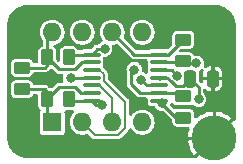
<source format=gbr>
%TF.GenerationSoftware,KiCad,Pcbnew,(6.0.0)*%
%TF.CreationDate,2022-01-09T14:56:00-05:00*%
%TF.ProjectId,QuadOpamp-INA_DIP8_Rg18,51756164-4f70-4616-9d70-2d494e415f44,rev?*%
%TF.SameCoordinates,Original*%
%TF.FileFunction,Copper,L1,Top*%
%TF.FilePolarity,Positive*%
%FSLAX46Y46*%
G04 Gerber Fmt 4.6, Leading zero omitted, Abs format (unit mm)*
G04 Created by KiCad (PCBNEW (6.0.0)) date 2022-01-09 14:56:00*
%MOMM*%
%LPD*%
G01*
G04 APERTURE LIST*
G04 Aperture macros list*
%AMRoundRect*
0 Rectangle with rounded corners*
0 $1 Rounding radius*
0 $2 $3 $4 $5 $6 $7 $8 $9 X,Y pos of 4 corners*
0 Add a 4 corners polygon primitive as box body*
4,1,4,$2,$3,$4,$5,$6,$7,$8,$9,$2,$3,0*
0 Add four circle primitives for the rounded corners*
1,1,$1+$1,$2,$3*
1,1,$1+$1,$4,$5*
1,1,$1+$1,$6,$7*
1,1,$1+$1,$8,$9*
0 Add four rect primitives between the rounded corners*
20,1,$1+$1,$2,$3,$4,$5,0*
20,1,$1+$1,$4,$5,$6,$7,0*
20,1,$1+$1,$6,$7,$8,$9,0*
20,1,$1+$1,$8,$9,$2,$3,0*%
G04 Aperture macros list end*
%TA.AperFunction,SMDPad,CuDef*%
%ADD10RoundRect,0.250000X0.262500X0.450000X-0.262500X0.450000X-0.262500X-0.450000X0.262500X-0.450000X0*%
%TD*%
%TA.AperFunction,SMDPad,CuDef*%
%ADD11RoundRect,0.250000X-0.250000X-0.475000X0.250000X-0.475000X0.250000X0.475000X-0.250000X0.475000X0*%
%TD*%
%TA.AperFunction,SMDPad,CuDef*%
%ADD12RoundRect,0.250000X-0.262500X-0.450000X0.262500X-0.450000X0.262500X0.450000X-0.262500X0.450000X0*%
%TD*%
%TA.AperFunction,SMDPad,CuDef*%
%ADD13RoundRect,0.250000X-0.450000X0.262500X-0.450000X-0.262500X0.450000X-0.262500X0.450000X0.262500X0*%
%TD*%
%TA.AperFunction,SMDPad,CuDef*%
%ADD14RoundRect,0.100000X-0.637500X-0.100000X0.637500X-0.100000X0.637500X0.100000X-0.637500X0.100000X0*%
%TD*%
%TA.AperFunction,ComponentPad*%
%ADD15C,3.800000*%
%TD*%
%TA.AperFunction,ComponentPad*%
%ADD16R,1.600000X1.600000*%
%TD*%
%TA.AperFunction,ComponentPad*%
%ADD17O,1.600000X1.600000*%
%TD*%
%TA.AperFunction,SMDPad,CuDef*%
%ADD18RoundRect,0.250000X0.450000X-0.262500X0.450000X0.262500X-0.450000X0.262500X-0.450000X-0.262500X0*%
%TD*%
%TA.AperFunction,ViaPad*%
%ADD19C,0.800000*%
%TD*%
%TA.AperFunction,Conductor*%
%ADD20C,0.250000*%
%TD*%
%TA.AperFunction,Conductor*%
%ADD21C,0.200000*%
%TD*%
G04 APERTURE END LIST*
D10*
%TO.P,R6,1*%
%TO.N,Net-(R6-Pad1)*%
X121700000Y-89750000D03*
%TO.P,R6,2*%
%TO.N,RG1*%
X119875000Y-89750000D03*
%TD*%
D11*
%TO.P,C2,1*%
%TO.N,-5V*%
X132000000Y-88000000D03*
%TO.P,C2,2*%
%TO.N,GND*%
X133900000Y-88000000D03*
%TD*%
D12*
%TO.P,R5,1*%
%TO.N,RG8*%
X119887500Y-86200000D03*
%TO.P,R5,2*%
%TO.N,Net-(R1-Pad1)*%
X121712500Y-86200000D03*
%TD*%
D13*
%TO.P,R2,1*%
%TO.N,Net-(R1-Pad2)*%
X131400000Y-89500000D03*
%TO.P,R2,2*%
%TO.N,Net-(R2-Pad2)*%
X131400000Y-91325000D03*
%TD*%
D14*
%TO.P,U1,1*%
%TO.N,Net-(R1-Pad1)*%
X123637500Y-85970000D03*
%TO.P,U1,2,-*%
%TO.N,RG8*%
X123637500Y-86620000D03*
%TO.P,U1,3,+*%
%TO.N,Vin-*%
X123637500Y-87270000D03*
%TO.P,U1,4,V+*%
%TO.N,+5V*%
X123637500Y-87920000D03*
%TO.P,U1,5,+*%
%TO.N,Vin+*%
X123637500Y-88570000D03*
%TO.P,U1,6,-*%
%TO.N,RG1*%
X123637500Y-89220000D03*
%TO.P,U1,7*%
%TO.N,Net-(R6-Pad1)*%
X123637500Y-89870000D03*
%TO.P,U1,8*%
%TO.N,Net-(R2-Pad2)*%
X129362500Y-89870000D03*
%TO.P,U1,9,-*%
%TO.N,Net-(R1-Pad2)*%
X129362500Y-89220000D03*
%TO.P,U1,10,+*%
%TO.N,Net-(R3-Pad2)*%
X129362500Y-88570000D03*
%TO.P,U1,11,V-*%
%TO.N,-5V*%
X129362500Y-87920000D03*
%TO.P,U1,12,+*%
%TO.N,Net-(R2-Pad2)*%
X129362500Y-87270000D03*
%TO.P,U1,13,-*%
%TO.N,Net-(R7-Pad1)*%
X129362500Y-86620000D03*
%TO.P,U1,14*%
%TO.N,Vout*%
X129362500Y-85970000D03*
%TD*%
D13*
%TO.P,RG1,1*%
%TO.N,RG8*%
X117750000Y-87087500D03*
%TO.P,RG1,2*%
%TO.N,RG1*%
X117750000Y-88912500D03*
%TD*%
D15*
%TO.P,H1,1,1*%
%TO.N,GND*%
X134000000Y-93000000D03*
%TD*%
D16*
%TO.P,J1,1,Pin_1*%
%TO.N,RG1*%
X120300000Y-91700000D03*
D17*
%TO.P,J1,2,Pin_2*%
%TO.N,Vin-*%
X122840000Y-91700000D03*
%TO.P,J1,3,Pin_3*%
%TO.N,Vin+*%
X125380000Y-91700000D03*
%TO.P,J1,4,Pin_4*%
%TO.N,-5V*%
X127920000Y-91700000D03*
%TO.P,J1,5,Pin_5*%
%TO.N,REF*%
X127920000Y-84080000D03*
%TO.P,J1,6,Pin_6*%
%TO.N,Vout*%
X125380000Y-84080000D03*
%TO.P,J1,7,Pin_7*%
%TO.N,+5V*%
X122840000Y-84080000D03*
%TO.P,J1,8,Pin_8*%
%TO.N,RG8*%
X120300000Y-84080000D03*
%TD*%
D18*
%TO.P,R7,1*%
%TO.N,Net-(R7-Pad1)*%
X131400000Y-86525000D03*
%TO.P,R7,2*%
%TO.N,Vout*%
X131400000Y-84700000D03*
%TD*%
D19*
%TO.N,Net-(R1-Pad1)*%
X124750000Y-85500000D03*
%TO.N,Net-(R1-Pad2)*%
X127250000Y-87250000D03*
%TO.N,Net-(R2-Pad2)*%
X130900500Y-87744150D03*
X129591210Y-90085485D03*
%TO.N,Net-(R6-Pad1)*%
X124500000Y-90250000D03*
%TO.N,Net-(R3-Pad2)*%
X127788000Y-88092353D03*
%TO.N,Net-(R7-Pad1)*%
X132510799Y-86716523D03*
%TO.N,GND*%
X117000000Y-83250000D03*
X130080000Y-82250000D03*
X123250000Y-94000000D03*
X123250000Y-82250000D03*
X128250000Y-94000000D03*
X127540000Y-82250000D03*
X120710000Y-82250000D03*
X125000000Y-82250000D03*
X135335786Y-85670000D03*
X126250000Y-87500000D03*
X131670000Y-82250000D03*
X130790000Y-94000000D03*
X134210000Y-82250000D03*
X120710000Y-94000000D03*
X117000000Y-90870000D03*
X117000000Y-93410000D03*
X129500000Y-91500000D03*
X118170000Y-82250000D03*
X131250000Y-92750000D03*
X118170000Y-94000000D03*
X135335786Y-88210000D03*
X125790000Y-94000000D03*
X134250000Y-90250000D03*
X118500000Y-90000000D03*
X117000000Y-85790000D03*
X135335786Y-83130000D03*
X118500000Y-85750000D03*
X135335786Y-90750000D03*
%TO.N,+5V*%
X121855645Y-87949020D03*
%TO.N,-5V*%
X132699500Y-89750000D03*
%TD*%
D20*
%TO.N,Net-(R1-Pad1)*%
X124750000Y-85500000D02*
X124107500Y-85500000D01*
X121942500Y-85970000D02*
X121712500Y-86200000D01*
X123637500Y-85970000D02*
X121942500Y-85970000D01*
X124107500Y-85500000D02*
X123637500Y-85970000D01*
%TO.N,Net-(R1-Pad2)*%
X127000000Y-88470000D02*
X127000000Y-87500000D01*
X129362500Y-89220000D02*
X127750000Y-89220000D01*
X129362500Y-89220000D02*
X131120000Y-89220000D01*
X127000000Y-87500000D02*
X127250000Y-87250000D01*
X131120000Y-89220000D02*
X131400000Y-89500000D01*
X127750000Y-89220000D02*
X127000000Y-88470000D01*
%TO.N,Net-(R2-Pad2)*%
X131400000Y-91325000D02*
X130817500Y-91325000D01*
X130426350Y-87270000D02*
X130900500Y-87744150D01*
X129362500Y-87270000D02*
X130426350Y-87270000D01*
X130817500Y-91325000D02*
X129362500Y-89870000D01*
%TO.N,Net-(R6-Pad1)*%
X124500000Y-90250000D02*
X124017500Y-90250000D01*
X124017500Y-90250000D02*
X123637500Y-89870000D01*
X121700000Y-89400000D02*
X122170000Y-89870000D01*
X122170000Y-89870000D02*
X123637500Y-89870000D01*
%TO.N,Net-(R3-Pad2)*%
X128320000Y-88570000D02*
X129362500Y-88570000D01*
X127788000Y-88092353D02*
X127842353Y-88092353D01*
X127842353Y-88092353D02*
X128320000Y-88570000D01*
%TO.N,RG1*%
X119875000Y-89750000D02*
X119875000Y-89125000D01*
X119662500Y-88912500D02*
X117750000Y-88912500D01*
X119875000Y-91275000D02*
X120300000Y-91700000D01*
X123637500Y-89220000D02*
X122720000Y-89220000D01*
X122225480Y-88725480D02*
X120899520Y-88725480D01*
X119875000Y-89125000D02*
X119662500Y-88912500D01*
X120899520Y-88725480D02*
X119875000Y-89750000D01*
X122720000Y-89220000D02*
X122225480Y-88725480D01*
X119875000Y-89400000D02*
X119875000Y-91275000D01*
%TO.N,RG8*%
X119887500Y-86200000D02*
X119887500Y-84492500D01*
X122817493Y-86620000D02*
X122212973Y-87224520D01*
X120912020Y-87224520D02*
X119887500Y-86200000D01*
X122212973Y-87224520D02*
X120912020Y-87224520D01*
X119887500Y-86862500D02*
X119662500Y-87087500D01*
X123637500Y-86620000D02*
X122817493Y-86620000D01*
X119887500Y-86200000D02*
X119887500Y-86862500D01*
X119662500Y-87087500D02*
X117750000Y-87087500D01*
X119887500Y-84492500D02*
X120300000Y-84080000D01*
%TO.N,Net-(R7-Pad1)*%
X129362500Y-86620000D02*
X131305000Y-86620000D01*
X131591523Y-86716523D02*
X131400000Y-86525000D01*
X132510799Y-86716523D02*
X131591523Y-86716523D01*
X131305000Y-86620000D02*
X131400000Y-86525000D01*
%TO.N,Vout*%
X129362500Y-85970000D02*
X127270000Y-85970000D01*
X129362500Y-85970000D02*
X130130000Y-85970000D01*
X130130000Y-85970000D02*
X131400000Y-84700000D01*
X127270000Y-85970000D02*
X125380000Y-84080000D01*
%TO.N,GND*%
X134000000Y-93000000D02*
X134000000Y-90500000D01*
X134000000Y-90500000D02*
X134250000Y-90250000D01*
X131790000Y-93000000D02*
X130790000Y-94000000D01*
X134000000Y-93000000D02*
X131790000Y-93000000D01*
D21*
%TO.N,Vin-*%
X123939511Y-92799511D02*
X125835433Y-92799511D01*
X122840000Y-91700000D02*
X123939511Y-92799511D01*
X124674520Y-88174520D02*
X124674520Y-87654514D01*
X126479511Y-89979511D02*
X124674520Y-88174520D01*
X125835433Y-92799511D02*
X126479511Y-92155433D01*
X126479511Y-92155433D02*
X126479511Y-89979511D01*
X124674520Y-87654514D02*
X124290006Y-87270000D01*
X124290006Y-87270000D02*
X123637500Y-87270000D01*
%TO.N,Vin+*%
X124290006Y-88570000D02*
X125380000Y-89659994D01*
X125380000Y-89659994D02*
X125380000Y-91700000D01*
X123637500Y-88570000D02*
X124290006Y-88570000D01*
D20*
%TO.N,+5V*%
X123608480Y-87949020D02*
X123637500Y-87920000D01*
X121855645Y-87949020D02*
X123608480Y-87949020D01*
%TO.N,-5V*%
X130440180Y-88308444D02*
X130440180Y-88309820D01*
X131337020Y-88662980D02*
X130793341Y-88662980D01*
X132000000Y-88000000D02*
X131337020Y-88662980D01*
X132699500Y-88699500D02*
X132000000Y-88000000D01*
X129362500Y-87920000D02*
X130051736Y-87920000D01*
X130051736Y-87920000D02*
X130440180Y-88308444D01*
X130324511Y-88194150D02*
X130324511Y-88192775D01*
X129442500Y-88000000D02*
X129362500Y-87920000D01*
X130440180Y-88309820D02*
X130324511Y-88194150D01*
X132699500Y-89750000D02*
X132699500Y-88699500D01*
X130793341Y-88662980D02*
X130440180Y-88309820D01*
%TD*%
%TA.AperFunction,Conductor*%
%TO.N,GND*%
G36*
X134073142Y-81752383D02*
G01*
X134085786Y-81754898D01*
X134097765Y-81752515D01*
X134109979Y-81752515D01*
X134109979Y-81753149D01*
X134120554Y-81752486D01*
X134325997Y-81767180D01*
X134343499Y-81769696D01*
X134541514Y-81812772D01*
X134570148Y-81819001D01*
X134587124Y-81823985D01*
X134804456Y-81905046D01*
X134820549Y-81912396D01*
X135024126Y-82023557D01*
X135039009Y-82033122D01*
X135224693Y-82172123D01*
X135238064Y-82183709D01*
X135402077Y-82347722D01*
X135413663Y-82361093D01*
X135552664Y-82546777D01*
X135562229Y-82561660D01*
X135673390Y-82765237D01*
X135680740Y-82781330D01*
X135761801Y-82998662D01*
X135766785Y-83015638D01*
X135813047Y-83228297D01*
X135816089Y-83242282D01*
X135818606Y-83259789D01*
X135824072Y-83336200D01*
X135833300Y-83465229D01*
X135832637Y-83475807D01*
X135833271Y-83475807D01*
X135833271Y-83488021D01*
X135830888Y-83500000D01*
X135833271Y-83511980D01*
X135833403Y-83512644D01*
X135835786Y-83536835D01*
X135835786Y-91447215D01*
X135816101Y-91514254D01*
X135763297Y-91560009D01*
X135694139Y-91569953D01*
X135664586Y-91559030D01*
X135657000Y-91559076D01*
X135647205Y-91564927D01*
X132566653Y-94645479D01*
X132544840Y-94685427D01*
X132495435Y-94734832D01*
X132436008Y-94750000D01*
X118286835Y-94750000D01*
X118262644Y-94747617D01*
X118261980Y-94747485D01*
X118250000Y-94745102D01*
X118238021Y-94747485D01*
X118225807Y-94747485D01*
X118225807Y-94746851D01*
X118215232Y-94747514D01*
X118009789Y-94732820D01*
X117992287Y-94730304D01*
X117765639Y-94680999D01*
X117748662Y-94676015D01*
X117531330Y-94594954D01*
X117515237Y-94587604D01*
X117311660Y-94476443D01*
X117296777Y-94466878D01*
X117111093Y-94327877D01*
X117097722Y-94316291D01*
X116933709Y-94152278D01*
X116922123Y-94138907D01*
X116783122Y-93953223D01*
X116773557Y-93938340D01*
X116662396Y-93734763D01*
X116655046Y-93718670D01*
X116573985Y-93501338D01*
X116569001Y-93484362D01*
X116525354Y-93283721D01*
X116519696Y-93257713D01*
X116517179Y-93240206D01*
X116502486Y-93034768D01*
X116503149Y-93024193D01*
X116502515Y-93024193D01*
X116502515Y-93011979D01*
X116504898Y-93000000D01*
X116502383Y-92987356D01*
X116500000Y-92963165D01*
X116500000Y-88602623D01*
X116799500Y-88602623D01*
X116799501Y-89222376D01*
X116806149Y-89283580D01*
X116856474Y-89417824D01*
X116861769Y-89424889D01*
X116861770Y-89424891D01*
X116934691Y-89522188D01*
X116942454Y-89532546D01*
X116949519Y-89537841D01*
X117050109Y-89613230D01*
X117050111Y-89613231D01*
X117057176Y-89618526D01*
X117191420Y-89668851D01*
X117252623Y-89675500D01*
X117749926Y-89675500D01*
X118247376Y-89675499D01*
X118308580Y-89668851D01*
X118442824Y-89618526D01*
X118449889Y-89613231D01*
X118449891Y-89613230D01*
X118550481Y-89537841D01*
X118557546Y-89532546D01*
X118565309Y-89522188D01*
X118638230Y-89424891D01*
X118638231Y-89424889D01*
X118643526Y-89417824D01*
X118646626Y-89409555D01*
X118646628Y-89409551D01*
X118662028Y-89368472D01*
X118703993Y-89312609D01*
X118769498Y-89288301D01*
X118778137Y-89288000D01*
X118988000Y-89288000D01*
X119055039Y-89307685D01*
X119100794Y-89360489D01*
X119112000Y-89412000D01*
X119112001Y-89855388D01*
X119112001Y-90247376D01*
X119118649Y-90308580D01*
X119168974Y-90442824D01*
X119174269Y-90449889D01*
X119174270Y-90449891D01*
X119249585Y-90550382D01*
X119254954Y-90557546D01*
X119262019Y-90562841D01*
X119262020Y-90562842D01*
X119275957Y-90573287D01*
X119317798Y-90629244D01*
X119322745Y-90698938D01*
X119304696Y-90741404D01*
X119264034Y-90802260D01*
X119260570Y-90819676D01*
X119256079Y-90842254D01*
X119249500Y-90875326D01*
X119249500Y-92524674D01*
X119264034Y-92597740D01*
X119270820Y-92607896D01*
X119311763Y-92669172D01*
X119319399Y-92680601D01*
X119402260Y-92735966D01*
X119436313Y-92742740D01*
X119469347Y-92749311D01*
X119469350Y-92749311D01*
X119475326Y-92750500D01*
X121124674Y-92750500D01*
X121130650Y-92749311D01*
X121130653Y-92749311D01*
X121163687Y-92742740D01*
X121197740Y-92735966D01*
X121280601Y-92680601D01*
X121288238Y-92669172D01*
X121329180Y-92607896D01*
X121335966Y-92597740D01*
X121350500Y-92524674D01*
X121350500Y-90875326D01*
X121345202Y-90848692D01*
X121351429Y-90779100D01*
X121394292Y-90723923D01*
X121466819Y-90700500D01*
X121983857Y-90700499D01*
X122009876Y-90700499D01*
X122013214Y-90700136D01*
X122013222Y-90700136D01*
X122046966Y-90696471D01*
X122115738Y-90708802D01*
X122166927Y-90756357D01*
X122184280Y-90824038D01*
X122162287Y-90890356D01*
X122138051Y-90916385D01*
X122106176Y-90942012D01*
X122106173Y-90942015D01*
X122101447Y-90945815D01*
X121969024Y-91103630D01*
X121869776Y-91284162D01*
X121867942Y-91289944D01*
X121867941Y-91289946D01*
X121809317Y-91474753D01*
X121807484Y-91480532D01*
X121800881Y-91539401D01*
X121790172Y-91634877D01*
X121784520Y-91685262D01*
X121801759Y-91890553D01*
X121858544Y-92088586D01*
X121861316Y-92093981D01*
X121861317Y-92093982D01*
X121892370Y-92154405D01*
X121952712Y-92271818D01*
X121956478Y-92276569D01*
X121956480Y-92276572D01*
X122068779Y-92418258D01*
X122080677Y-92433270D01*
X122085296Y-92437201D01*
X122232950Y-92562865D01*
X122232955Y-92562869D01*
X122237564Y-92566791D01*
X122417398Y-92667297D01*
X122613329Y-92730959D01*
X122619347Y-92731677D01*
X122619349Y-92731677D01*
X122761410Y-92748616D01*
X122817894Y-92755351D01*
X122823938Y-92754886D01*
X122823939Y-92754886D01*
X122896391Y-92749311D01*
X123023300Y-92739546D01*
X123135415Y-92708243D01*
X123215881Y-92685777D01*
X123215884Y-92685776D01*
X123221725Y-92684145D01*
X123224020Y-92682986D01*
X123292434Y-92677199D01*
X123355334Y-92711016D01*
X123655880Y-93011562D01*
X123668357Y-93027011D01*
X123671130Y-93030059D01*
X123676686Y-93038663D01*
X123684731Y-93045005D01*
X123700687Y-93057584D01*
X123704655Y-93061110D01*
X123704736Y-93061014D01*
X123708638Y-93064320D01*
X123712257Y-93067939D01*
X123726625Y-93078207D01*
X123731266Y-93081690D01*
X123768322Y-93110903D01*
X123776298Y-93113704D01*
X123783180Y-93118622D01*
X123792999Y-93121558D01*
X123793000Y-93121559D01*
X123828345Y-93132129D01*
X123833901Y-93133934D01*
X123856735Y-93141952D01*
X123878417Y-93149566D01*
X123883555Y-93150011D01*
X123886237Y-93150011D01*
X123888463Y-93150107D01*
X123888899Y-93150237D01*
X123888897Y-93150292D01*
X123889131Y-93150307D01*
X123894974Y-93152054D01*
X123905216Y-93151652D01*
X123905218Y-93151652D01*
X123944540Y-93150107D01*
X123949407Y-93150011D01*
X125784824Y-93150011D01*
X125804556Y-93152111D01*
X125808676Y-93152305D01*
X125818694Y-93154462D01*
X125849034Y-93150871D01*
X125854342Y-93150558D01*
X125854332Y-93150433D01*
X125859437Y-93150011D01*
X125864548Y-93150011D01*
X125881972Y-93147111D01*
X125887751Y-93146289D01*
X125924393Y-93141952D01*
X125924395Y-93141951D01*
X125934571Y-93140747D01*
X125942191Y-93137088D01*
X125950536Y-93135699D01*
X125959551Y-93130835D01*
X125959556Y-93130833D01*
X125992056Y-93113296D01*
X125997217Y-93110666D01*
X126039759Y-93090237D01*
X126043707Y-93086919D01*
X126045613Y-93085013D01*
X126047244Y-93083517D01*
X126047653Y-93083297D01*
X126047689Y-93083336D01*
X126047861Y-93083185D01*
X126053227Y-93080289D01*
X126084355Y-93046615D01*
X126086926Y-93043834D01*
X126090301Y-93040325D01*
X126390615Y-92740011D01*
X126691562Y-92439063D01*
X126707002Y-92426593D01*
X126710051Y-92423819D01*
X126718663Y-92418258D01*
X126737587Y-92394253D01*
X126741112Y-92390286D01*
X126741016Y-92390205D01*
X126744325Y-92386300D01*
X126747939Y-92382686D01*
X126750908Y-92378532D01*
X126750911Y-92378528D01*
X126758197Y-92368332D01*
X126761703Y-92363662D01*
X126784555Y-92334674D01*
X126790903Y-92326622D01*
X126793704Y-92318646D01*
X126798622Y-92311764D01*
X126804046Y-92293626D01*
X126842112Y-92235039D01*
X126905811Y-92206331D01*
X126974919Y-92216618D01*
X127027075Y-92261980D01*
X127029942Y-92266429D01*
X127032712Y-92271818D01*
X127107322Y-92365953D01*
X127148779Y-92418258D01*
X127160677Y-92433270D01*
X127165296Y-92437201D01*
X127312950Y-92562865D01*
X127312955Y-92562869D01*
X127317564Y-92566791D01*
X127497398Y-92667297D01*
X127693329Y-92730959D01*
X127699347Y-92731677D01*
X127699349Y-92731677D01*
X127841410Y-92748616D01*
X127897894Y-92755351D01*
X127903938Y-92754886D01*
X127903939Y-92754886D01*
X127976391Y-92749311D01*
X128103300Y-92739546D01*
X128188596Y-92715731D01*
X128295885Y-92685776D01*
X128295889Y-92685774D01*
X128301725Y-92684145D01*
X128485610Y-92591258D01*
X128647951Y-92464424D01*
X128651907Y-92459840D01*
X128651911Y-92459837D01*
X128778602Y-92313062D01*
X128782564Y-92308472D01*
X128800688Y-92276569D01*
X128881327Y-92134618D01*
X128884323Y-92129344D01*
X128918791Y-92025730D01*
X128947439Y-91939611D01*
X128947439Y-91939610D01*
X128949351Y-91933863D01*
X128954823Y-91890553D01*
X128974736Y-91732919D01*
X128974736Y-91732915D01*
X128975171Y-91729474D01*
X128975583Y-91700000D01*
X128961761Y-91559030D01*
X128956072Y-91501006D01*
X128956072Y-91501004D01*
X128955480Y-91494970D01*
X128906206Y-91331768D01*
X128897688Y-91303555D01*
X128895935Y-91297749D01*
X128815311Y-91146115D01*
X128802065Y-91121203D01*
X128802064Y-91121201D01*
X128799218Y-91115849D01*
X128669011Y-90956200D01*
X128662075Y-90950462D01*
X128514946Y-90828746D01*
X128514945Y-90828745D01*
X128510275Y-90824882D01*
X128383540Y-90756357D01*
X128334393Y-90729783D01*
X128334391Y-90729782D01*
X128329055Y-90726897D01*
X128319991Y-90724091D01*
X128138046Y-90667770D01*
X128138047Y-90667770D01*
X128132254Y-90665977D01*
X127927369Y-90644443D01*
X127921336Y-90644992D01*
X127921332Y-90644992D01*
X127795721Y-90656424D01*
X127722203Y-90663114D01*
X127716390Y-90664825D01*
X127716389Y-90664825D01*
X127565480Y-90709240D01*
X127524572Y-90721280D01*
X127454831Y-90757740D01*
X127347374Y-90813917D01*
X127347370Y-90813920D01*
X127342002Y-90816726D01*
X127337279Y-90820523D01*
X127337278Y-90820524D01*
X127213504Y-90920041D01*
X127181447Y-90945815D01*
X127049024Y-91103630D01*
X127046830Y-91101789D01*
X127002130Y-91138242D01*
X126932706Y-91146115D01*
X126870045Y-91115205D01*
X126834043Y-91055324D01*
X126830011Y-91023959D01*
X126830011Y-90030125D01*
X126832112Y-90010390D01*
X126832306Y-90006268D01*
X126834463Y-89996251D01*
X126830871Y-89965904D01*
X126830558Y-89960601D01*
X126830432Y-89960611D01*
X126830011Y-89955519D01*
X126830011Y-89950396D01*
X126827111Y-89932972D01*
X126826289Y-89927193D01*
X126821952Y-89890551D01*
X126821951Y-89890549D01*
X126820747Y-89880373D01*
X126817088Y-89872753D01*
X126815699Y-89864408D01*
X126810835Y-89855393D01*
X126810833Y-89855388D01*
X126793296Y-89822888D01*
X126790666Y-89817727D01*
X126770237Y-89775185D01*
X126766919Y-89771237D01*
X126765013Y-89769331D01*
X126763517Y-89767700D01*
X126763297Y-89767291D01*
X126763336Y-89767255D01*
X126763185Y-89767083D01*
X126760289Y-89761717D01*
X126723835Y-89728019D01*
X126720326Y-89724644D01*
X125061339Y-88065657D01*
X125027854Y-88004334D01*
X125025020Y-87977976D01*
X125025020Y-87705123D01*
X125027120Y-87685391D01*
X125027314Y-87681271D01*
X125029471Y-87671253D01*
X125025880Y-87640913D01*
X125025567Y-87635605D01*
X125025442Y-87635615D01*
X125025020Y-87630510D01*
X125025020Y-87625399D01*
X125022120Y-87607975D01*
X125021298Y-87602196D01*
X125016961Y-87565554D01*
X125016960Y-87565552D01*
X125015756Y-87555376D01*
X125012097Y-87547756D01*
X125010708Y-87539411D01*
X125005844Y-87530396D01*
X125005842Y-87530391D01*
X124988305Y-87497891D01*
X124985675Y-87492730D01*
X124965246Y-87450188D01*
X124961928Y-87446240D01*
X124960022Y-87444334D01*
X124958526Y-87442703D01*
X124958306Y-87442294D01*
X124958345Y-87442258D01*
X124958194Y-87442086D01*
X124955298Y-87436720D01*
X124918844Y-87403022D01*
X124915335Y-87399647D01*
X124649073Y-87133385D01*
X124618339Y-87082500D01*
X124616762Y-87077424D01*
X124615358Y-87067888D01*
X124581872Y-86999685D01*
X124569996Y-86930832D01*
X124581777Y-86890581D01*
X124611309Y-86830166D01*
X124611309Y-86830165D01*
X124615536Y-86821518D01*
X124616993Y-86811533D01*
X124624851Y-86757669D01*
X124624851Y-86757664D01*
X124625500Y-86753218D01*
X124625500Y-86486782D01*
X124615358Y-86417888D01*
X124581872Y-86349685D01*
X124569996Y-86280832D01*
X124581777Y-86240581D01*
X124587031Y-86229834D01*
X124592111Y-86219441D01*
X124639235Y-86167857D01*
X124705460Y-86149912D01*
X124758735Y-86150749D01*
X124811025Y-86151571D01*
X124811028Y-86151571D01*
X124818495Y-86151688D01*
X124825776Y-86150020D01*
X124825780Y-86150020D01*
X124964681Y-86118207D01*
X124971968Y-86116538D01*
X125112625Y-86045795D01*
X125118306Y-86040943D01*
X125118309Y-86040941D01*
X125226666Y-85948395D01*
X125226667Y-85948394D01*
X125232348Y-85943542D01*
X125324224Y-85815683D01*
X125382950Y-85669598D01*
X125385861Y-85649144D01*
X125404562Y-85517744D01*
X125404562Y-85517740D01*
X125405134Y-85513723D01*
X125405278Y-85500000D01*
X125403243Y-85483181D01*
X125387262Y-85351119D01*
X125387261Y-85351115D01*
X125386363Y-85343694D01*
X125367540Y-85293880D01*
X125362257Y-85224212D01*
X125395479Y-85162746D01*
X125456658Y-85128998D01*
X125474017Y-85126416D01*
X125563300Y-85119546D01*
X125747739Y-85068050D01*
X125817600Y-85068981D01*
X125868764Y-85099801D01*
X126418106Y-85649144D01*
X126966805Y-86197843D01*
X126981909Y-86216545D01*
X126982868Y-86217599D01*
X126988428Y-86226210D01*
X126996478Y-86232556D01*
X127014551Y-86246804D01*
X127018962Y-86250724D01*
X127019021Y-86250654D01*
X127022921Y-86253959D01*
X127026538Y-86257576D01*
X127030691Y-86260544D01*
X127030702Y-86260553D01*
X127042100Y-86268697D01*
X127046775Y-86272207D01*
X127075637Y-86294960D01*
X127086600Y-86303603D01*
X127095148Y-86306605D01*
X127102519Y-86311872D01*
X127112336Y-86314808D01*
X127112338Y-86314809D01*
X127143296Y-86324067D01*
X127144744Y-86324500D01*
X127151127Y-86326409D01*
X127156685Y-86328215D01*
X127197186Y-86342438D01*
X127197188Y-86342439D01*
X127204548Y-86345023D01*
X127210055Y-86345500D01*
X127212738Y-86345500D01*
X127215337Y-86345613D01*
X127215415Y-86345636D01*
X127215408Y-86345804D01*
X127216129Y-86345849D01*
X127222287Y-86347691D01*
X127232525Y-86347289D01*
X127232527Y-86347289D01*
X127275606Y-86345596D01*
X127280474Y-86345500D01*
X128251754Y-86345500D01*
X128318793Y-86365185D01*
X128364548Y-86417989D01*
X128375429Y-86478474D01*
X128375149Y-86482334D01*
X128374500Y-86486782D01*
X128374500Y-86753218D01*
X128384642Y-86822112D01*
X128412437Y-86878724D01*
X128418128Y-86890315D01*
X128430004Y-86959168D01*
X128418223Y-86999419D01*
X128388984Y-87059236D01*
X128384464Y-87068482D01*
X128383075Y-87078006D01*
X128383074Y-87078008D01*
X128375880Y-87127325D01*
X128374500Y-87136782D01*
X128374500Y-87403218D01*
X128381415Y-87450188D01*
X128382458Y-87457274D01*
X128372747Y-87526465D01*
X128327170Y-87579423D01*
X128260198Y-87599333D01*
X128193092Y-87579875D01*
X128177292Y-87567918D01*
X128167559Y-87559246D01*
X128167558Y-87559245D01*
X128161976Y-87554272D01*
X128022831Y-87480598D01*
X127987681Y-87471769D01*
X127927458Y-87436345D01*
X127895946Y-87373985D01*
X127895128Y-87334034D01*
X127904562Y-87267746D01*
X127904563Y-87267738D01*
X127905134Y-87263723D01*
X127905278Y-87250000D01*
X127897413Y-87185003D01*
X127887262Y-87101119D01*
X127887261Y-87101115D01*
X127886363Y-87093694D01*
X127873568Y-87059834D01*
X127833354Y-86953408D01*
X127833352Y-86953405D01*
X127830710Y-86946412D01*
X127792338Y-86890581D01*
X127745768Y-86822821D01*
X127745765Y-86822818D01*
X127741531Y-86816657D01*
X127665282Y-86748721D01*
X127629559Y-86716893D01*
X127629558Y-86716892D01*
X127623976Y-86711919D01*
X127484831Y-86638245D01*
X127332128Y-86599889D01*
X127250329Y-86599461D01*
X127182158Y-86599104D01*
X127182157Y-86599104D01*
X127174684Y-86599065D01*
X127167421Y-86600809D01*
X127167418Y-86600809D01*
X127098136Y-86617443D01*
X127021588Y-86635820D01*
X126881679Y-86708032D01*
X126876048Y-86712945D01*
X126876047Y-86712945D01*
X126824779Y-86757669D01*
X126763034Y-86811533D01*
X126672501Y-86940348D01*
X126669785Y-86947313D01*
X126669785Y-86947314D01*
X126667409Y-86953408D01*
X126615309Y-87087039D01*
X126594758Y-87243138D01*
X126595578Y-87250566D01*
X126595578Y-87250568D01*
X126600776Y-87297648D01*
X126612035Y-87399633D01*
X126614604Y-87406653D01*
X126615530Y-87409184D01*
X126615839Y-87411921D01*
X126616311Y-87413932D01*
X126616073Y-87413988D01*
X126620410Y-87452362D01*
X126622310Y-87452287D01*
X126624404Y-87505581D01*
X126624500Y-87510449D01*
X126624500Y-88416716D01*
X126621953Y-88440651D01*
X126621887Y-88442052D01*
X126619731Y-88452066D01*
X126620935Y-88462239D01*
X126623641Y-88485102D01*
X126623988Y-88490984D01*
X126624078Y-88490977D01*
X126624500Y-88496082D01*
X126624500Y-88501193D01*
X126625339Y-88506233D01*
X126627639Y-88520053D01*
X126628461Y-88525832D01*
X126632043Y-88556094D01*
X126634424Y-88576210D01*
X126638346Y-88584377D01*
X126639833Y-88593313D01*
X126660259Y-88631168D01*
X126663922Y-88637957D01*
X126666574Y-88643160D01*
X126688537Y-88688900D01*
X126692094Y-88693131D01*
X126693980Y-88695017D01*
X126695751Y-88696947D01*
X126695779Y-88697000D01*
X126695652Y-88697117D01*
X126696143Y-88697674D01*
X126699194Y-88703329D01*
X126706723Y-88710289D01*
X126706724Y-88710290D01*
X126738381Y-88739553D01*
X126741891Y-88742928D01*
X127446802Y-89447839D01*
X127461929Y-89466568D01*
X127462870Y-89467602D01*
X127468428Y-89476210D01*
X127476473Y-89482552D01*
X127494555Y-89496807D01*
X127498958Y-89500720D01*
X127499017Y-89500650D01*
X127502920Y-89503957D01*
X127506538Y-89507575D01*
X127510700Y-89510549D01*
X127522077Y-89518679D01*
X127526728Y-89522170D01*
X127566600Y-89553603D01*
X127575149Y-89556605D01*
X127582519Y-89561872D01*
X127592341Y-89564809D01*
X127592340Y-89564809D01*
X127631114Y-89576405D01*
X127636672Y-89578211D01*
X127677183Y-89592438D01*
X127677193Y-89592440D01*
X127684548Y-89595023D01*
X127690055Y-89595500D01*
X127692738Y-89595500D01*
X127695340Y-89595613D01*
X127695415Y-89595635D01*
X127695408Y-89595804D01*
X127696132Y-89595850D01*
X127702286Y-89597690D01*
X127712525Y-89597288D01*
X127712528Y-89597288D01*
X127755580Y-89595596D01*
X127760448Y-89595500D01*
X128251754Y-89595500D01*
X128318793Y-89615185D01*
X128364548Y-89667989D01*
X128375429Y-89728474D01*
X128375149Y-89732334D01*
X128374500Y-89736782D01*
X128374500Y-90003218D01*
X128384642Y-90072112D01*
X128436068Y-90176855D01*
X128518650Y-90259293D01*
X128527855Y-90263792D01*
X128527857Y-90263794D01*
X128569471Y-90284135D01*
X128623482Y-90310536D01*
X128633006Y-90311925D01*
X128633008Y-90311926D01*
X128687331Y-90319851D01*
X128687336Y-90319851D01*
X128691782Y-90320500D01*
X128900541Y-90320500D01*
X128967580Y-90340185D01*
X129006695Y-90383417D01*
X129007353Y-90382975D01*
X129095168Y-90513657D01*
X129148296Y-90562000D01*
X129206088Y-90614587D01*
X129206092Y-90614590D01*
X129211620Y-90619620D01*
X129218190Y-90623187D01*
X129218191Y-90623188D01*
X129328730Y-90683206D01*
X129349986Y-90694747D01*
X129443955Y-90719399D01*
X129495051Y-90732804D01*
X129495053Y-90732804D01*
X129502279Y-90734700D01*
X129649039Y-90737005D01*
X129715760Y-90757740D01*
X129734772Y-90773309D01*
X130076667Y-91115205D01*
X130413182Y-91451720D01*
X130446667Y-91513043D01*
X130449501Y-91539401D01*
X130449501Y-91634876D01*
X130456149Y-91696080D01*
X130506474Y-91830324D01*
X130592454Y-91945046D01*
X130599519Y-91950341D01*
X130700109Y-92025730D01*
X130700111Y-92025731D01*
X130707176Y-92031026D01*
X130841420Y-92081351D01*
X130902623Y-92088000D01*
X130940825Y-92088000D01*
X131813244Y-92087999D01*
X131880283Y-92107683D01*
X131926038Y-92160487D01*
X131935982Y-92229646D01*
X131930663Y-92251857D01*
X131871713Y-92425521D01*
X131869610Y-92433368D01*
X131814934Y-92708243D01*
X131813876Y-92716279D01*
X131795546Y-92995942D01*
X131795546Y-93004058D01*
X131813876Y-93283721D01*
X131814934Y-93291757D01*
X131869610Y-93566632D01*
X131871713Y-93574479D01*
X131961798Y-93839863D01*
X131964900Y-93847351D01*
X132088861Y-94098720D01*
X132092911Y-94105734D01*
X132248618Y-94338766D01*
X132253560Y-94345206D01*
X132330158Y-94432549D01*
X132343187Y-94440813D01*
X132352795Y-94435073D01*
X135433347Y-91354521D01*
X135440741Y-91340980D01*
X135434385Y-91331768D01*
X135345206Y-91253560D01*
X135338766Y-91248618D01*
X135105734Y-91092911D01*
X135098720Y-91088861D01*
X134847351Y-90964900D01*
X134839863Y-90961798D01*
X134574479Y-90871713D01*
X134566632Y-90869610D01*
X134291757Y-90814934D01*
X134283721Y-90813876D01*
X134004058Y-90795546D01*
X133995942Y-90795546D01*
X133716279Y-90813876D01*
X133708243Y-90814934D01*
X133433368Y-90869610D01*
X133425521Y-90871713D01*
X133160137Y-90961798D01*
X133152649Y-90964900D01*
X132901280Y-91088861D01*
X132894266Y-91092911D01*
X132661234Y-91248618D01*
X132654794Y-91253560D01*
X132556258Y-91339973D01*
X132492876Y-91369376D01*
X132423659Y-91359844D01*
X132370584Y-91314404D01*
X132350499Y-91246745D01*
X132350499Y-91015124D01*
X132343851Y-90953920D01*
X132293526Y-90819676D01*
X132287605Y-90811775D01*
X132212841Y-90712019D01*
X132207546Y-90704954D01*
X132193927Y-90694747D01*
X132099891Y-90624270D01*
X132099889Y-90624269D01*
X132092824Y-90618974D01*
X132081122Y-90614587D01*
X132016535Y-90590375D01*
X131958580Y-90568649D01*
X131897377Y-90562000D01*
X131400075Y-90562000D01*
X130902624Y-90562001D01*
X130841420Y-90568649D01*
X130834150Y-90571374D01*
X130834139Y-90571377D01*
X130734898Y-90608581D01*
X130665215Y-90613682D01*
X130603690Y-90580153D01*
X130322539Y-90299002D01*
X130289054Y-90237679D01*
X130294038Y-90167987D01*
X130298817Y-90156866D01*
X130336587Y-90079597D01*
X130383712Y-90028012D01*
X130451246Y-90010095D01*
X130517745Y-90031533D01*
X130547215Y-90059686D01*
X130587155Y-90112977D01*
X130587159Y-90112981D01*
X130592454Y-90120046D01*
X130599519Y-90125341D01*
X130700109Y-90200730D01*
X130700111Y-90200731D01*
X130707176Y-90206026D01*
X130841420Y-90256351D01*
X130902623Y-90263000D01*
X131399926Y-90263000D01*
X131897376Y-90262999D01*
X131958580Y-90256351D01*
X132092824Y-90206026D01*
X132099894Y-90200727D01*
X132102446Y-90199330D01*
X132170702Y-90184401D01*
X132236194Y-90208744D01*
X132245449Y-90216381D01*
X132314378Y-90279102D01*
X132314382Y-90279105D01*
X132319910Y-90284135D01*
X132326480Y-90287702D01*
X132326481Y-90287703D01*
X132451708Y-90355696D01*
X132458276Y-90359262D01*
X132550350Y-90383417D01*
X132603341Y-90397319D01*
X132603343Y-90397319D01*
X132610569Y-90399215D01*
X132687627Y-90400425D01*
X132760525Y-90401571D01*
X132760528Y-90401571D01*
X132767995Y-90401688D01*
X132775276Y-90400020D01*
X132775280Y-90400020D01*
X132914181Y-90368207D01*
X132921468Y-90366538D01*
X133062125Y-90295795D01*
X133067806Y-90290943D01*
X133067809Y-90290941D01*
X133176166Y-90198395D01*
X133176167Y-90198394D01*
X133181848Y-90193542D01*
X133188417Y-90184401D01*
X133239740Y-90112977D01*
X133273724Y-90065683D01*
X133332450Y-89919598D01*
X133336584Y-89890551D01*
X133354062Y-89767744D01*
X133354062Y-89767740D01*
X133354634Y-89763723D01*
X133354778Y-89750000D01*
X133353722Y-89741277D01*
X133336762Y-89601119D01*
X133336761Y-89601115D01*
X133335863Y-89593694D01*
X133308161Y-89520382D01*
X133282854Y-89453408D01*
X133282852Y-89453405D01*
X133280210Y-89446412D01*
X133254876Y-89409551D01*
X133195268Y-89322821D01*
X133195265Y-89322818D01*
X133191031Y-89316657D01*
X133116511Y-89250262D01*
X133079552Y-89190968D01*
X133075000Y-89157679D01*
X133075000Y-88978886D01*
X133094685Y-88911847D01*
X133147489Y-88866092D01*
X133216647Y-88856148D01*
X133273971Y-88880117D01*
X133370729Y-88953561D01*
X133385326Y-88961786D01*
X133510167Y-89011214D01*
X133525479Y-89015103D01*
X133603567Y-89024552D01*
X133610996Y-89025000D01*
X133732170Y-89025000D01*
X133747169Y-89020596D01*
X133748356Y-89019226D01*
X133750000Y-89011668D01*
X133750000Y-89007170D01*
X134050000Y-89007170D01*
X134054404Y-89022169D01*
X134055774Y-89023356D01*
X134063332Y-89025000D01*
X134189004Y-89025000D01*
X134196433Y-89024552D01*
X134274521Y-89015103D01*
X134289833Y-89011214D01*
X134414674Y-88961786D01*
X134429270Y-88953561D01*
X134535833Y-88872675D01*
X134547675Y-88860833D01*
X134628561Y-88754270D01*
X134636786Y-88739674D01*
X134686214Y-88614833D01*
X134690103Y-88599521D01*
X134699552Y-88521433D01*
X134700000Y-88514004D01*
X134700000Y-88167830D01*
X134695596Y-88152831D01*
X134694226Y-88151644D01*
X134686668Y-88150000D01*
X134067830Y-88150000D01*
X134052831Y-88154404D01*
X134051644Y-88155774D01*
X134050000Y-88163332D01*
X134050000Y-89007170D01*
X133750000Y-89007170D01*
X133750000Y-88167830D01*
X133745596Y-88152831D01*
X133744226Y-88151644D01*
X133736668Y-88150000D01*
X133117830Y-88150000D01*
X133102831Y-88154404D01*
X133101644Y-88155774D01*
X133100000Y-88163332D01*
X133100000Y-88269601D01*
X133080315Y-88336640D01*
X133027511Y-88382395D01*
X132958353Y-88392339D01*
X132894797Y-88363314D01*
X132888319Y-88357282D01*
X132786819Y-88255782D01*
X132753334Y-88194459D01*
X132750500Y-88168101D01*
X132750499Y-87480985D01*
X132750499Y-87477624D01*
X132743980Y-87417610D01*
X132756310Y-87348838D01*
X132803864Y-87297648D01*
X132811532Y-87293446D01*
X132873424Y-87262318D01*
X132879107Y-87257465D01*
X132879112Y-87257461D01*
X132930497Y-87213574D01*
X132994258Y-87185003D01*
X133063344Y-87195440D01*
X133115819Y-87241571D01*
X133135025Y-87308749D01*
X133126320Y-87353512D01*
X133113785Y-87385170D01*
X133109897Y-87400479D01*
X133100448Y-87478567D01*
X133100000Y-87485996D01*
X133100000Y-87832170D01*
X133104404Y-87847169D01*
X133105774Y-87848356D01*
X133113332Y-87850000D01*
X133732170Y-87850000D01*
X133747169Y-87845596D01*
X133748356Y-87844226D01*
X133750000Y-87836668D01*
X133750000Y-87832170D01*
X134050000Y-87832170D01*
X134054404Y-87847169D01*
X134055774Y-87848356D01*
X134063332Y-87850000D01*
X134682170Y-87850000D01*
X134697169Y-87845596D01*
X134698356Y-87844226D01*
X134700000Y-87836668D01*
X134700000Y-87485996D01*
X134699552Y-87478567D01*
X134690103Y-87400479D01*
X134686214Y-87385167D01*
X134636786Y-87260326D01*
X134628561Y-87245730D01*
X134547675Y-87139167D01*
X134535833Y-87127325D01*
X134429270Y-87046439D01*
X134414674Y-87038214D01*
X134289833Y-86988786D01*
X134274521Y-86984897D01*
X134196433Y-86975448D01*
X134189004Y-86975000D01*
X134067830Y-86975000D01*
X134052831Y-86979404D01*
X134051644Y-86980774D01*
X134050000Y-86988332D01*
X134050000Y-87832170D01*
X133750000Y-87832170D01*
X133750000Y-86992830D01*
X133745596Y-86977831D01*
X133744226Y-86976644D01*
X133736668Y-86975000D01*
X133610996Y-86975000D01*
X133603567Y-86975448D01*
X133525479Y-86984897D01*
X133510167Y-86988786D01*
X133385326Y-87038214D01*
X133370731Y-87046438D01*
X133308691Y-87093529D01*
X133243391Y-87118381D01*
X133175021Y-87103985D01*
X133125287Y-87054910D01*
X133109981Y-86986738D01*
X133118670Y-86948508D01*
X133140961Y-86893060D01*
X133140964Y-86893049D01*
X133143749Y-86886121D01*
X133151628Y-86830759D01*
X133165361Y-86734267D01*
X133165361Y-86734263D01*
X133165933Y-86730246D01*
X133166077Y-86716523D01*
X133165097Y-86708421D01*
X133148061Y-86567642D01*
X133148060Y-86567638D01*
X133147162Y-86560217D01*
X133131694Y-86519283D01*
X133094153Y-86419931D01*
X133094151Y-86419928D01*
X133091509Y-86412935D01*
X133046668Y-86347691D01*
X133006567Y-86289344D01*
X133006564Y-86289341D01*
X133002330Y-86283180D01*
X132942456Y-86229834D01*
X132890358Y-86183416D01*
X132890357Y-86183415D01*
X132884775Y-86178442D01*
X132745630Y-86104768D01*
X132592927Y-86066412D01*
X132511128Y-86065984D01*
X132442957Y-86065627D01*
X132442956Y-86065627D01*
X132435483Y-86065588D01*
X132428217Y-86067332D01*
X132428212Y-86067333D01*
X132423155Y-86068547D01*
X132353373Y-86065056D01*
X132296556Y-86024391D01*
X132293626Y-86019942D01*
X132293526Y-86019676D01*
X132240104Y-85948395D01*
X132212841Y-85912019D01*
X132207546Y-85904954D01*
X132200481Y-85899659D01*
X132099891Y-85824270D01*
X132099889Y-85824269D01*
X132092824Y-85818974D01*
X131958580Y-85768649D01*
X131897377Y-85762000D01*
X131884958Y-85762000D01*
X131168397Y-85762001D01*
X131101359Y-85742317D01*
X131055604Y-85689513D01*
X131045660Y-85620354D01*
X131074685Y-85556798D01*
X131080717Y-85550320D01*
X131131718Y-85499319D01*
X131193041Y-85465834D01*
X131219399Y-85463000D01*
X131852581Y-85462999D01*
X131897376Y-85462999D01*
X131958580Y-85456351D01*
X132092824Y-85406026D01*
X132099889Y-85400731D01*
X132099891Y-85400730D01*
X132200481Y-85325341D01*
X132207546Y-85320046D01*
X132254193Y-85257806D01*
X132288230Y-85212391D01*
X132288231Y-85212389D01*
X132293526Y-85205324D01*
X132343851Y-85071080D01*
X132350500Y-85009877D01*
X132350499Y-84390124D01*
X132343851Y-84328920D01*
X132293526Y-84194676D01*
X132207546Y-84079954D01*
X132179897Y-84059232D01*
X132099891Y-83999270D01*
X132099889Y-83999269D01*
X132092824Y-83993974D01*
X131958580Y-83943649D01*
X131897377Y-83937000D01*
X131400075Y-83937000D01*
X130902624Y-83937001D01*
X130841420Y-83943649D01*
X130707176Y-83993974D01*
X130700111Y-83999269D01*
X130700109Y-83999270D01*
X130620103Y-84059232D01*
X130592454Y-84079954D01*
X130506474Y-84194676D01*
X130456149Y-84328920D01*
X130449500Y-84390123D01*
X130449501Y-85009876D01*
X130453770Y-85049172D01*
X130453823Y-85049662D01*
X130441493Y-85118435D01*
X130418229Y-85150734D01*
X130085782Y-85483181D01*
X130024459Y-85516666D01*
X129998101Y-85519500D01*
X128691782Y-85519500D01*
X128622888Y-85529642D01*
X128518145Y-85581068D01*
X128516262Y-85577232D01*
X128462462Y-85594500D01*
X127476899Y-85594500D01*
X127409860Y-85574815D01*
X127389218Y-85558181D01*
X126397493Y-84566456D01*
X126364008Y-84505133D01*
X126367513Y-84439635D01*
X126407438Y-84319614D01*
X126407439Y-84319611D01*
X126409351Y-84313863D01*
X126414823Y-84270553D01*
X126434736Y-84112919D01*
X126434736Y-84112915D01*
X126435171Y-84109474D01*
X126435583Y-84080000D01*
X126434138Y-84065262D01*
X126864520Y-84065262D01*
X126881759Y-84270553D01*
X126938544Y-84468586D01*
X126941316Y-84473981D01*
X126941317Y-84473982D01*
X126959491Y-84509344D01*
X127032712Y-84651818D01*
X127036480Y-84656572D01*
X127130448Y-84775130D01*
X127160677Y-84813270D01*
X127165296Y-84817201D01*
X127312950Y-84942865D01*
X127312955Y-84942869D01*
X127317564Y-84946791D01*
X127497398Y-85047297D01*
X127693329Y-85110959D01*
X127699347Y-85111677D01*
X127699349Y-85111677D01*
X127833192Y-85127636D01*
X127897894Y-85135351D01*
X127903938Y-85134886D01*
X127903939Y-85134886D01*
X127987451Y-85128460D01*
X128103300Y-85119546D01*
X128188596Y-85095731D01*
X128295885Y-85065776D01*
X128295889Y-85065774D01*
X128301725Y-85064145D01*
X128485610Y-84971258D01*
X128647951Y-84844424D01*
X128651907Y-84839840D01*
X128651911Y-84839837D01*
X128778602Y-84693062D01*
X128782564Y-84688472D01*
X128800686Y-84656573D01*
X128881327Y-84514618D01*
X128884323Y-84509344D01*
X128949351Y-84313863D01*
X128954823Y-84270553D01*
X128974736Y-84112919D01*
X128974736Y-84112915D01*
X128975171Y-84109474D01*
X128975583Y-84080000D01*
X128973547Y-84059232D01*
X128956072Y-83881006D01*
X128956072Y-83881004D01*
X128955480Y-83874970D01*
X128895935Y-83677749D01*
X128854022Y-83598922D01*
X128802065Y-83501203D01*
X128802064Y-83501201D01*
X128799218Y-83495849D01*
X128669011Y-83336200D01*
X128576652Y-83259794D01*
X128514946Y-83208746D01*
X128514945Y-83208745D01*
X128510275Y-83204882D01*
X128329055Y-83106897D01*
X128319991Y-83104091D01*
X128138046Y-83047770D01*
X128138047Y-83047770D01*
X128132254Y-83045977D01*
X127927369Y-83024443D01*
X127921336Y-83024992D01*
X127921332Y-83024992D01*
X127795721Y-83036424D01*
X127722203Y-83043114D01*
X127716390Y-83044825D01*
X127716389Y-83044825D01*
X127712475Y-83045977D01*
X127524572Y-83101280D01*
X127440819Y-83145065D01*
X127347374Y-83193917D01*
X127347370Y-83193920D01*
X127342002Y-83196726D01*
X127337279Y-83200523D01*
X127337278Y-83200524D01*
X127285342Y-83242282D01*
X127181447Y-83325815D01*
X127049024Y-83483630D01*
X126949776Y-83664162D01*
X126887484Y-83860532D01*
X126864520Y-84065262D01*
X126434138Y-84065262D01*
X126433547Y-84059232D01*
X126416072Y-83881006D01*
X126416072Y-83881004D01*
X126415480Y-83874970D01*
X126355935Y-83677749D01*
X126314022Y-83598922D01*
X126262065Y-83501203D01*
X126262064Y-83501201D01*
X126259218Y-83495849D01*
X126129011Y-83336200D01*
X126036652Y-83259794D01*
X125974946Y-83208746D01*
X125974945Y-83208745D01*
X125970275Y-83204882D01*
X125789055Y-83106897D01*
X125779991Y-83104091D01*
X125598046Y-83047770D01*
X125598047Y-83047770D01*
X125592254Y-83045977D01*
X125387369Y-83024443D01*
X125381336Y-83024992D01*
X125381332Y-83024992D01*
X125255721Y-83036424D01*
X125182203Y-83043114D01*
X125176390Y-83044825D01*
X125176389Y-83044825D01*
X125172475Y-83045977D01*
X124984572Y-83101280D01*
X124900819Y-83145065D01*
X124807374Y-83193917D01*
X124807370Y-83193920D01*
X124802002Y-83196726D01*
X124797279Y-83200523D01*
X124797278Y-83200524D01*
X124745342Y-83242282D01*
X124641447Y-83325815D01*
X124509024Y-83483630D01*
X124409776Y-83664162D01*
X124347484Y-83860532D01*
X124324520Y-84065262D01*
X124341759Y-84270553D01*
X124398544Y-84468586D01*
X124401316Y-84473981D01*
X124401317Y-84473982D01*
X124419491Y-84509344D01*
X124492712Y-84651818D01*
X124539117Y-84710367D01*
X124565331Y-84775130D01*
X124552369Y-84843787D01*
X124498811Y-84897575D01*
X124388324Y-84954602D01*
X124388322Y-84954603D01*
X124381679Y-84958032D01*
X124376048Y-84962945D01*
X124376047Y-84962945D01*
X124277204Y-85049172D01*
X124263034Y-85061533D01*
X124258735Y-85067650D01*
X124258733Y-85067652D01*
X124256659Y-85070603D01*
X124254598Y-85072245D01*
X124253733Y-85073205D01*
X124253573Y-85073061D01*
X124202005Y-85114132D01*
X124145845Y-85119054D01*
X124145688Y-85122371D01*
X124135452Y-85121888D01*
X124125433Y-85119731D01*
X124115260Y-85120935D01*
X124115258Y-85120935D01*
X124092397Y-85123641D01*
X124086516Y-85123988D01*
X124086523Y-85124078D01*
X124081417Y-85124500D01*
X124076307Y-85124500D01*
X124057453Y-85127638D01*
X124051690Y-85128459D01*
X124040559Y-85129776D01*
X124011467Y-85133219D01*
X124011464Y-85133220D01*
X124001290Y-85134424D01*
X123993123Y-85138346D01*
X123984187Y-85139833D01*
X123939543Y-85163922D01*
X123934340Y-85166574D01*
X123888600Y-85188537D01*
X123884369Y-85192094D01*
X123882483Y-85193980D01*
X123880553Y-85195751D01*
X123880500Y-85195779D01*
X123880383Y-85195652D01*
X123879826Y-85196143D01*
X123874171Y-85199194D01*
X123867211Y-85206723D01*
X123867210Y-85206724D01*
X123837947Y-85238381D01*
X123834572Y-85241891D01*
X123593282Y-85483181D01*
X123531959Y-85516666D01*
X123505601Y-85519500D01*
X122966782Y-85519500D01*
X122897888Y-85529642D01*
X122793145Y-85581068D01*
X122791262Y-85577232D01*
X122737462Y-85594500D01*
X122537203Y-85594500D01*
X122470164Y-85574815D01*
X122424409Y-85522011D01*
X122421861Y-85515874D01*
X122421625Y-85515444D01*
X122418526Y-85507176D01*
X122332546Y-85392454D01*
X122325476Y-85387155D01*
X122224891Y-85311770D01*
X122224889Y-85311769D01*
X122217824Y-85306474D01*
X122209550Y-85303372D01*
X122155905Y-85283262D01*
X122083580Y-85256149D01*
X122022377Y-85249500D01*
X121712547Y-85249500D01*
X121402624Y-85249501D01*
X121341420Y-85256149D01*
X121269095Y-85283262D01*
X121215451Y-85303372D01*
X121207176Y-85306474D01*
X121200111Y-85311769D01*
X121200109Y-85311770D01*
X121099524Y-85387155D01*
X121092454Y-85392454D01*
X121087159Y-85399519D01*
X121012363Y-85499319D01*
X121006474Y-85507176D01*
X121003374Y-85515444D01*
X121003374Y-85515445D01*
X121001079Y-85521568D01*
X120956149Y-85641420D01*
X120949500Y-85702623D01*
X120949501Y-86197843D01*
X120949501Y-86431602D01*
X120929817Y-86498641D01*
X120877013Y-86544396D01*
X120807854Y-86554340D01*
X120744298Y-86525315D01*
X120737820Y-86519283D01*
X120686819Y-86468282D01*
X120653334Y-86406959D01*
X120650500Y-86380601D01*
X120650499Y-85705985D01*
X120650499Y-85702624D01*
X120643851Y-85641420D01*
X120598921Y-85521568D01*
X120596626Y-85515445D01*
X120596626Y-85515444D01*
X120593526Y-85507176D01*
X120587638Y-85499319D01*
X120512841Y-85399519D01*
X120507546Y-85392454D01*
X120500481Y-85387159D01*
X120500477Y-85387155D01*
X120436517Y-85339219D01*
X120394677Y-85283262D01*
X120389732Y-85213568D01*
X120423251Y-85152263D01*
X120483661Y-85120838D01*
X120483300Y-85119546D01*
X120675885Y-85065776D01*
X120675889Y-85065774D01*
X120681725Y-85064145D01*
X120865610Y-84971258D01*
X121027951Y-84844424D01*
X121031907Y-84839840D01*
X121031911Y-84839837D01*
X121158602Y-84693062D01*
X121162564Y-84688472D01*
X121180686Y-84656573D01*
X121261327Y-84514618D01*
X121264323Y-84509344D01*
X121329351Y-84313863D01*
X121334823Y-84270553D01*
X121354736Y-84112919D01*
X121354736Y-84112915D01*
X121355171Y-84109474D01*
X121355583Y-84080000D01*
X121354138Y-84065262D01*
X121784520Y-84065262D01*
X121801759Y-84270553D01*
X121858544Y-84468586D01*
X121861316Y-84473981D01*
X121861317Y-84473982D01*
X121879491Y-84509344D01*
X121952712Y-84651818D01*
X121956480Y-84656572D01*
X122050448Y-84775130D01*
X122080677Y-84813270D01*
X122085296Y-84817201D01*
X122232950Y-84942865D01*
X122232955Y-84942869D01*
X122237564Y-84946791D01*
X122417398Y-85047297D01*
X122613329Y-85110959D01*
X122619347Y-85111677D01*
X122619349Y-85111677D01*
X122753192Y-85127636D01*
X122817894Y-85135351D01*
X122823938Y-85134886D01*
X122823939Y-85134886D01*
X122907451Y-85128460D01*
X123023300Y-85119546D01*
X123108596Y-85095731D01*
X123215885Y-85065776D01*
X123215889Y-85065774D01*
X123221725Y-85064145D01*
X123405610Y-84971258D01*
X123567951Y-84844424D01*
X123571907Y-84839840D01*
X123571911Y-84839837D01*
X123698602Y-84693062D01*
X123702564Y-84688472D01*
X123720686Y-84656573D01*
X123801327Y-84514618D01*
X123804323Y-84509344D01*
X123869351Y-84313863D01*
X123874823Y-84270553D01*
X123894736Y-84112919D01*
X123894736Y-84112915D01*
X123895171Y-84109474D01*
X123895583Y-84080000D01*
X123893547Y-84059232D01*
X123876072Y-83881006D01*
X123876072Y-83881004D01*
X123875480Y-83874970D01*
X123815935Y-83677749D01*
X123774022Y-83598922D01*
X123722065Y-83501203D01*
X123722064Y-83501201D01*
X123719218Y-83495849D01*
X123589011Y-83336200D01*
X123496652Y-83259794D01*
X123434946Y-83208746D01*
X123434945Y-83208745D01*
X123430275Y-83204882D01*
X123249055Y-83106897D01*
X123239991Y-83104091D01*
X123058046Y-83047770D01*
X123058047Y-83047770D01*
X123052254Y-83045977D01*
X122847369Y-83024443D01*
X122841336Y-83024992D01*
X122841332Y-83024992D01*
X122715721Y-83036424D01*
X122642203Y-83043114D01*
X122636390Y-83044825D01*
X122636389Y-83044825D01*
X122632475Y-83045977D01*
X122444572Y-83101280D01*
X122360819Y-83145065D01*
X122267374Y-83193917D01*
X122267370Y-83193920D01*
X122262002Y-83196726D01*
X122257279Y-83200523D01*
X122257278Y-83200524D01*
X122205342Y-83242282D01*
X122101447Y-83325815D01*
X121969024Y-83483630D01*
X121869776Y-83664162D01*
X121807484Y-83860532D01*
X121784520Y-84065262D01*
X121354138Y-84065262D01*
X121353547Y-84059232D01*
X121336072Y-83881006D01*
X121336072Y-83881004D01*
X121335480Y-83874970D01*
X121275935Y-83677749D01*
X121234022Y-83598922D01*
X121182065Y-83501203D01*
X121182064Y-83501201D01*
X121179218Y-83495849D01*
X121049011Y-83336200D01*
X120956652Y-83259794D01*
X120894946Y-83208746D01*
X120894945Y-83208745D01*
X120890275Y-83204882D01*
X120709055Y-83106897D01*
X120699991Y-83104091D01*
X120518046Y-83047770D01*
X120518047Y-83047770D01*
X120512254Y-83045977D01*
X120307369Y-83024443D01*
X120301336Y-83024992D01*
X120301332Y-83024992D01*
X120175721Y-83036424D01*
X120102203Y-83043114D01*
X120096390Y-83044825D01*
X120096389Y-83044825D01*
X120092475Y-83045977D01*
X119904572Y-83101280D01*
X119820819Y-83145065D01*
X119727374Y-83193917D01*
X119727370Y-83193920D01*
X119722002Y-83196726D01*
X119717279Y-83200523D01*
X119717278Y-83200524D01*
X119665342Y-83242282D01*
X119561447Y-83325815D01*
X119429024Y-83483630D01*
X119329776Y-83664162D01*
X119267484Y-83860532D01*
X119244520Y-84065262D01*
X119261759Y-84270553D01*
X119318544Y-84468586D01*
X119321316Y-84473981D01*
X119321317Y-84473982D01*
X119339491Y-84509344D01*
X119412712Y-84651818D01*
X119416476Y-84656567D01*
X119416480Y-84656573D01*
X119485178Y-84743248D01*
X119511393Y-84808014D01*
X119512000Y-84820270D01*
X119512000Y-85171863D01*
X119492315Y-85238902D01*
X119439511Y-85284657D01*
X119431528Y-85287972D01*
X119390449Y-85303372D01*
X119390445Y-85303374D01*
X119382176Y-85306474D01*
X119375111Y-85311769D01*
X119375109Y-85311770D01*
X119274524Y-85387155D01*
X119267454Y-85392454D01*
X119262159Y-85399519D01*
X119187363Y-85499319D01*
X119181474Y-85507176D01*
X119178374Y-85515444D01*
X119178374Y-85515445D01*
X119176079Y-85521568D01*
X119131149Y-85641420D01*
X119124500Y-85702623D01*
X119124501Y-86197843D01*
X119124501Y-86588000D01*
X119104817Y-86655039D01*
X119052013Y-86700794D01*
X119000501Y-86712000D01*
X118778137Y-86712000D01*
X118711098Y-86692315D01*
X118665343Y-86639511D01*
X118662028Y-86631528D01*
X118646628Y-86590449D01*
X118646626Y-86590445D01*
X118643526Y-86582176D01*
X118632634Y-86567642D01*
X118562841Y-86474519D01*
X118557546Y-86467454D01*
X118508847Y-86430956D01*
X118449891Y-86386770D01*
X118449889Y-86386769D01*
X118442824Y-86381474D01*
X118308580Y-86331149D01*
X118247377Y-86324500D01*
X117750075Y-86324500D01*
X117252624Y-86324501D01*
X117191420Y-86331149D01*
X117057176Y-86381474D01*
X117050111Y-86386769D01*
X117050109Y-86386770D01*
X116991153Y-86430956D01*
X116942454Y-86467454D01*
X116937159Y-86474519D01*
X116867367Y-86567642D01*
X116856474Y-86582176D01*
X116806149Y-86716420D01*
X116799500Y-86777623D01*
X116799501Y-87397376D01*
X116806149Y-87458580D01*
X116833069Y-87530391D01*
X116852329Y-87581766D01*
X116856474Y-87592824D01*
X116861769Y-87599889D01*
X116861770Y-87599891D01*
X116887069Y-87633647D01*
X116942454Y-87707546D01*
X116949519Y-87712841D01*
X117050109Y-87788230D01*
X117050111Y-87788231D01*
X117057176Y-87793526D01*
X117065444Y-87796626D01*
X117065445Y-87796626D01*
X117096768Y-87808368D01*
X117191420Y-87843851D01*
X117252623Y-87850500D01*
X117749926Y-87850500D01*
X118247376Y-87850499D01*
X118308580Y-87843851D01*
X118409144Y-87806152D01*
X118434555Y-87796626D01*
X118434556Y-87796626D01*
X118442824Y-87793526D01*
X118449889Y-87788231D01*
X118449891Y-87788230D01*
X118550481Y-87712841D01*
X118557546Y-87707546D01*
X118612931Y-87633647D01*
X118638230Y-87599891D01*
X118638231Y-87599889D01*
X118643526Y-87592824D01*
X118646626Y-87584555D01*
X118646628Y-87584551D01*
X118662028Y-87543472D01*
X118703993Y-87487609D01*
X118769498Y-87463301D01*
X118778137Y-87463000D01*
X119609216Y-87463000D01*
X119633151Y-87465547D01*
X119634552Y-87465613D01*
X119644566Y-87467769D01*
X119654739Y-87466565D01*
X119677602Y-87463859D01*
X119683484Y-87463512D01*
X119683477Y-87463422D01*
X119688582Y-87463000D01*
X119693693Y-87463000D01*
X119712553Y-87459861D01*
X119718332Y-87459039D01*
X119758532Y-87454281D01*
X119758534Y-87454280D01*
X119768710Y-87453076D01*
X119776877Y-87449154D01*
X119785813Y-87447667D01*
X119830458Y-87423577D01*
X119835663Y-87420925D01*
X119874367Y-87402340D01*
X119874366Y-87402340D01*
X119881400Y-87398963D01*
X119885631Y-87395406D01*
X119887517Y-87393520D01*
X119889447Y-87391749D01*
X119889500Y-87391721D01*
X119889617Y-87391848D01*
X119890174Y-87391357D01*
X119895829Y-87388306D01*
X119932053Y-87349119D01*
X119935428Y-87345609D01*
X120094219Y-87186818D01*
X120155542Y-87153333D01*
X120181900Y-87150499D01*
X120197376Y-87150499D01*
X120237163Y-87146177D01*
X120305935Y-87158507D01*
X120338234Y-87181771D01*
X120608822Y-87452359D01*
X120623949Y-87471088D01*
X120624890Y-87472122D01*
X120630448Y-87480730D01*
X120638493Y-87487072D01*
X120656575Y-87501327D01*
X120660978Y-87505240D01*
X120661037Y-87505170D01*
X120664940Y-87508477D01*
X120668558Y-87512095D01*
X120672720Y-87515069D01*
X120684097Y-87523199D01*
X120688748Y-87526690D01*
X120728620Y-87558123D01*
X120737169Y-87561125D01*
X120744539Y-87566392D01*
X120779525Y-87576855D01*
X120793134Y-87580925D01*
X120798692Y-87582731D01*
X120839203Y-87596958D01*
X120839213Y-87596960D01*
X120846568Y-87599543D01*
X120852075Y-87600020D01*
X120854758Y-87600020D01*
X120857360Y-87600133D01*
X120857435Y-87600155D01*
X120857428Y-87600324D01*
X120858152Y-87600370D01*
X120864306Y-87602210D01*
X120874545Y-87601808D01*
X120874548Y-87601808D01*
X120917600Y-87600116D01*
X120922468Y-87600020D01*
X121112050Y-87600020D01*
X121179089Y-87619705D01*
X121224844Y-87672509D01*
X121234788Y-87741667D01*
X121227581Y-87769060D01*
X121223671Y-87779090D01*
X121220954Y-87786059D01*
X121200403Y-87942158D01*
X121217680Y-88098653D01*
X121220247Y-88105668D01*
X121220249Y-88105676D01*
X121248680Y-88183366D01*
X121253234Y-88253087D01*
X121219370Y-88314202D01*
X121157841Y-88347307D01*
X121132233Y-88349980D01*
X120952804Y-88349980D01*
X120928869Y-88347433D01*
X120927468Y-88347367D01*
X120917454Y-88345211D01*
X120907281Y-88346415D01*
X120884418Y-88349121D01*
X120878536Y-88349468D01*
X120878543Y-88349558D01*
X120873438Y-88349980D01*
X120868327Y-88349980D01*
X120849467Y-88353119D01*
X120843688Y-88353941D01*
X120803488Y-88358699D01*
X120803486Y-88358700D01*
X120793310Y-88359904D01*
X120785143Y-88363826D01*
X120776207Y-88365313D01*
X120732540Y-88388875D01*
X120731563Y-88389402D01*
X120726360Y-88392054D01*
X120680620Y-88414017D01*
X120676389Y-88417574D01*
X120674503Y-88419460D01*
X120672573Y-88421231D01*
X120672520Y-88421259D01*
X120672403Y-88421132D01*
X120671846Y-88421623D01*
X120666191Y-88424674D01*
X120659231Y-88432203D01*
X120659230Y-88432204D01*
X120629967Y-88463861D01*
X120626592Y-88467371D01*
X120325735Y-88768228D01*
X120264412Y-88801713D01*
X120224662Y-88803822D01*
X120214568Y-88802726D01*
X120184877Y-88799500D01*
X120131899Y-88799500D01*
X120064860Y-88779815D01*
X120044218Y-88763181D01*
X119965698Y-88684661D01*
X119950571Y-88665932D01*
X119949630Y-88664898D01*
X119944072Y-88656290D01*
X119917945Y-88635693D01*
X119913542Y-88631780D01*
X119913483Y-88631850D01*
X119909580Y-88628543D01*
X119905962Y-88624925D01*
X119890420Y-88613819D01*
X119885772Y-88610330D01*
X119845900Y-88578897D01*
X119837351Y-88575895D01*
X119829981Y-88570628D01*
X119781377Y-88556092D01*
X119775824Y-88554288D01*
X119735317Y-88540063D01*
X119735314Y-88540062D01*
X119727952Y-88537477D01*
X119722445Y-88537000D01*
X119719761Y-88537000D01*
X119717159Y-88536887D01*
X119717085Y-88536865D01*
X119717092Y-88536696D01*
X119716367Y-88536650D01*
X119710213Y-88534810D01*
X119699974Y-88535212D01*
X119699971Y-88535212D01*
X119656919Y-88536904D01*
X119652051Y-88537000D01*
X118778137Y-88537000D01*
X118711098Y-88517315D01*
X118665343Y-88464511D01*
X118662028Y-88456528D01*
X118646628Y-88415449D01*
X118646626Y-88415445D01*
X118643526Y-88407176D01*
X118632407Y-88392339D01*
X118562841Y-88299519D01*
X118557546Y-88292454D01*
X118496244Y-88246510D01*
X118449891Y-88211770D01*
X118449889Y-88211769D01*
X118442824Y-88206474D01*
X118410774Y-88194459D01*
X118340462Y-88168101D01*
X118308580Y-88156149D01*
X118247377Y-88149500D01*
X117750075Y-88149500D01*
X117252624Y-88149501D01*
X117191420Y-88156149D01*
X117118818Y-88183366D01*
X117089227Y-88194459D01*
X117057176Y-88206474D01*
X117050111Y-88211769D01*
X117050109Y-88211770D01*
X117003756Y-88246510D01*
X116942454Y-88292454D01*
X116937159Y-88299519D01*
X116867594Y-88392339D01*
X116856474Y-88407176D01*
X116806149Y-88541420D01*
X116799500Y-88602623D01*
X116500000Y-88602623D01*
X116500000Y-83536835D01*
X116502383Y-83512644D01*
X116502515Y-83511980D01*
X116504898Y-83500000D01*
X116502515Y-83488021D01*
X116502515Y-83475807D01*
X116503149Y-83475807D01*
X116502486Y-83465229D01*
X116511715Y-83336200D01*
X116517180Y-83259789D01*
X116519697Y-83242282D01*
X116522740Y-83228297D01*
X116569001Y-83015638D01*
X116573985Y-82998662D01*
X116655046Y-82781330D01*
X116662396Y-82765237D01*
X116773557Y-82561660D01*
X116783122Y-82546777D01*
X116922123Y-82361093D01*
X116933709Y-82347722D01*
X117097722Y-82183709D01*
X117111093Y-82172123D01*
X117296777Y-82033122D01*
X117311660Y-82023557D01*
X117515237Y-81912396D01*
X117531330Y-81905046D01*
X117748662Y-81823985D01*
X117765638Y-81819001D01*
X117794272Y-81812772D01*
X117992287Y-81769696D01*
X118009789Y-81767180D01*
X118215232Y-81752486D01*
X118225807Y-81753149D01*
X118225807Y-81752515D01*
X118238021Y-81752515D01*
X118250000Y-81754898D01*
X118261980Y-81752515D01*
X118262644Y-81752383D01*
X118286835Y-81750000D01*
X134048951Y-81750000D01*
X134073142Y-81752383D01*
G37*
%TD.AperFunction*%
%TD*%
M02*

</source>
